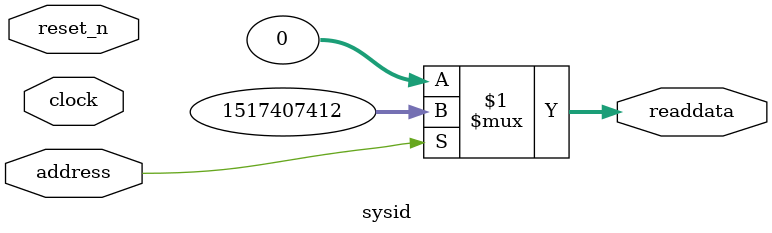
<source format=v>

`timescale 1ns / 1ps
// synthesis translate_on

// turn off superfluous verilog processor warnings 
// altera message_level Level1 
// altera message_off 10034 10035 10036 10037 10230 10240 10030 

module sysid (
               // inputs:
                address,
                clock,
                reset_n,

               // outputs:
                readdata
             )
;

  output  [ 31: 0] readdata;
  input            address;
  input            clock;
  input            reset_n;

  wire    [ 31: 0] readdata;
  //control_slave, which is an e_avalon_slave
  assign readdata = address ? 1517407412 : 0;

endmodule


</source>
